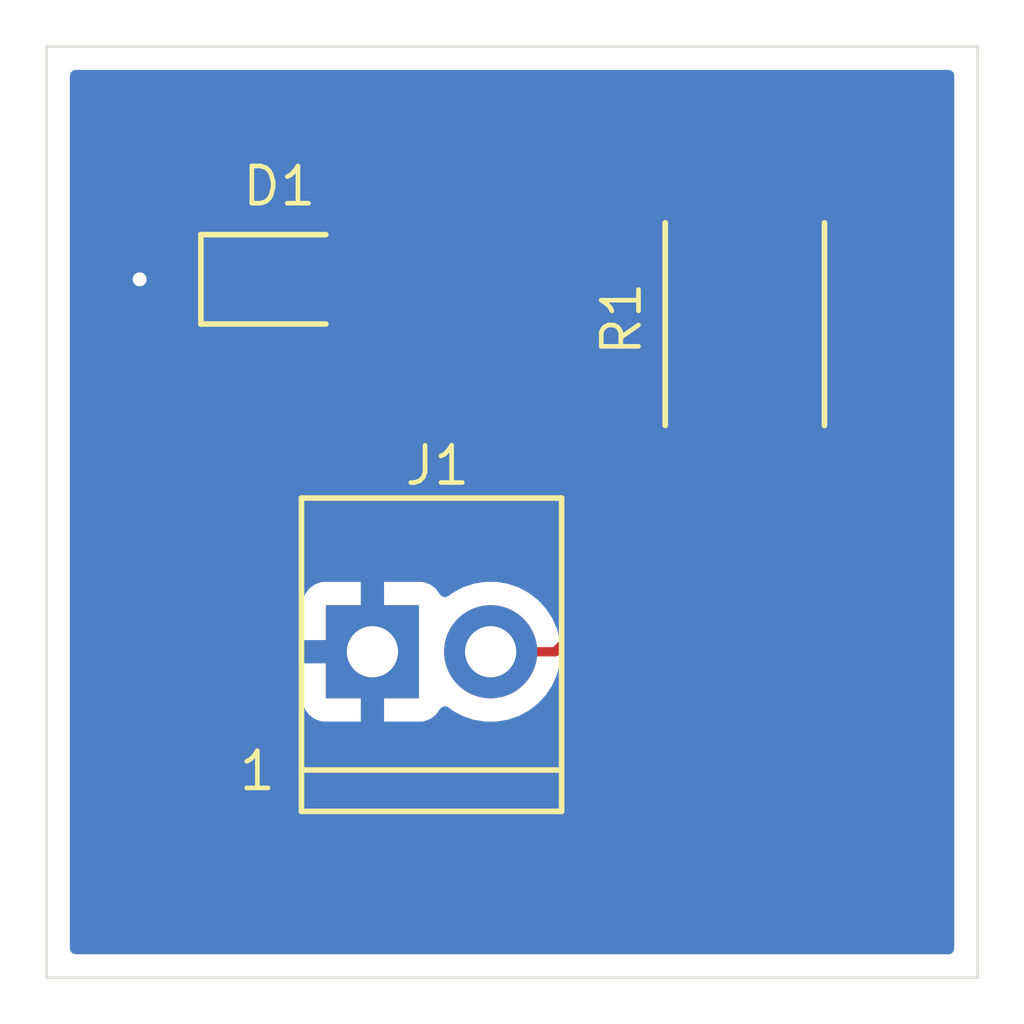
<source format=kicad_pcb>
(kicad_pcb (version 20240108) (generator "pcbnew") (generator_version "8.0")
  (layers (0 "F.Cu" signal) (31 "B.Cu" signal) (34 "B.Paste" user) (35 "F.Paste" user) (36 "B.SilkS" user "B.Silkscreen") (37 "F.SilkS" user "F.Silkscreen") (38 "B.Mask" user) (39 "F.Mask" user) (44 "Edge.Cuts" user))
  (net 0 "")
  (net 1 "GND")
  (net 2 "Net-(D1-A)")
  (net 3 "+3V3")
  (footprint "rsx_resistors:R_2512_6332Metric" (layer "F.Cu") (at 171 59.9625 90)
    (property "Reference" "R1" (at 0.113664 -2.649375 90) (layer "F.SilkS") (effects (font (size 0.8 0.8) (thickness 0.1))))
    (property "Value" "200R_2W")
    (fp_line (start -2.177064 -1.71) (end 2.177064 -1.71) (stroke (width 0.12)) (layer "F.SilkS"))
    (fp_line (start -2.177064 1.71) (end 2.177064 1.71) (stroke (width 0.12)) (layer "F.SilkS"))
    (pad "1" smd roundrect (at -2.9625 0 90) (size 1.225 3.35) (layers "F.Cu" "F.Paste" "F.Mask") (roundrect_rratio 0.204082) (net 3 "+3V3"))
    (pad "2" smd roundrect (at 2.9625 0 90) (size 1.225 3.35) (layers "F.Cu" "F.Paste" "F.Mask") (roundrect_rratio 0.204082) (net 2 "Net-(D1-A)"))
  )
  (footprint "rsx_leds:LED_0805_2012Metric" (layer "F.Cu") (at 161 59)
    (property "Reference" "D1" (at 0 -2 0) (layer "F.SilkS") (effects (font (size 0.8 0.8) (thickness 0.1))))
    (property "Value" "LED_B")
    (fp_line (start -1.685 -0.96) (end -1.685 0.96) (stroke (width 0.12)) (layer "F.SilkS"))
    (fp_line (start -1.685 0.96) (end 1 0.96) (stroke (width 0.12)) (layer "F.SilkS"))
    (fp_line (start 1 -0.96) (end -1.685 -0.96) (stroke (width 0.12)) (layer "F.SilkS"))
    (pad "1" smd roundrect (at -0.9375 0) (size 0.975 1.4) (layers "F.Cu" "F.Paste" "F.Mask") (net 1 "GND"))
    (pad "2" smd roundrect (at 0.9375 0) (size 0.975 1.4) (layers "F.Cu" "F.Paste" "F.Mask") (net 2 "Net-(D1-A)"))
  )
  (footprint "rsx_headers_screw:Wurth_691210910002" (layer "F.Cu") (at 163.762 67)
    (property "Reference" "J1" (at 0.635 -4 0) (layer "F.SilkS") (effects (font (size 0.8 0.8) (thickness 0.1))))
    (property "Value" "Screw_Terminal_2x2.54")
    (fp_line (start -2.286 -3.302) (end -2.286 3.429) (stroke (width 0.12)) (layer "F.SilkS"))
    (fp_line (start -2.286 3.429) (end 3.302 3.429) (stroke (width 0.12)) (layer "F.SilkS"))
    (fp_line (start 3.302 -3.302) (end -2.286 -3.302) (stroke (width 0.12)) (layer "F.SilkS"))
    (fp_line (start 3.302 2.54) (end -2.286 2.54) (stroke (width 0.12)) (layer "F.SilkS"))
    (fp_line (start 3.302 3.429) (end 3.302 -3.302) (stroke (width 0.12)) (layer "F.SilkS"))
    (fp_text user "1" (at -3.233381 2.559931 0) (layer "F.SilkS") (effects (font (size 0.8 0.8) (thickness 0.1) (bold yes))))
    (pad "1" thru_hole rect (at -0.762 0) (size 2 2) (drill 1.1) (layers "*.Cu" "*.Mask") (net 1 "GND"))
    (pad "2" thru_hole circle (at 1.778 0) (size 2 2) (drill 1.1) (layers "*.Cu" "*.Mask") (net 3 "+3V3"))
  )
  (gr_line (start 156 54) (end 176 54) (stroke (width 0.05)) (layer "Edge.Cuts"))
  (gr_line (start 176 54) (end 176 74) (stroke (width 0.05)) (layer "Edge.Cuts"))
  (gr_line (start 156 74) (end 156 54) (stroke (width 0.05)) (layer "Edge.Cuts"))
  (gr_line (start 176 74) (end 156 74) (stroke (width 0.05)) (layer "Edge.Cuts"))
  (segment (start 160.0625 59) (end 158 59) (width 0.2) (layer "F.Cu") (net 1))
  (via (at 158 59) (size 0.6) (drill 0.3) (layers "F.Cu" "B.Cu") (net 1))
  (segment (start 163.9375 57) (end 161.9375 59) (width 0.2) (layer "F.Cu") (net 2))
  (segment (start 171 57) (end 163.9375 57) (width 0.2) (layer "F.Cu") (net 2))
  (segment (start 165.54 67) (end 166.925 67) (width 0.2) (layer "F.Cu") (net 3))
  (segment (start 166.925 67) (end 171 62.925) (width 0.2) (layer "F.Cu") (net 3))
  (zone (net 1) (net_name "GND") (layer "B.Cu") (priority 1) (connect_pads (clearance 0.5)) (min_thickness 0.25) (fill yes (thermal_gap 0.5) (thermal_bridge_width 0.5))
    (polygon (pts (xy 155 53) (xy 177 53) (xy 177 75) (xy 155 75)))
  )
)
</source>
